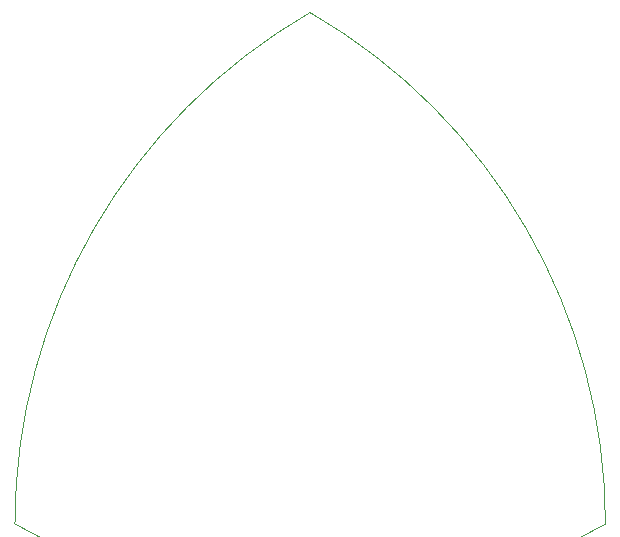
<source format=gbr>
%TF.GenerationSoftware,Altium Limited,Altium Designer,22.7.1 (60)*%
G04 Layer_Color=0*
%FSLAX45Y45*%
%MOMM*%
%TF.SameCoordinates,ACC7CE07-661A-46B9-B338-6EC4A6F7B09F*%
%TF.FilePolarity,Positive*%
%TF.FileFunction,Profile,NP*%
%TF.Part,Single*%
G01*
G75*
%TA.AperFunction,Profile*%
%ADD101C,0.02540*%
D101*
X25000Y674520D02*
G02*
X2524859Y5005856I5000000J1290D01*
G01*
X2525182Y5004542D01*
D02*
G02*
X5025000Y674520I-2500182J-4330022D01*
G01*
D02*
G02*
X25000Y674520I-2499164J4329644D01*
G01*
%TF.MD5,464ff7e288de46036d66487ca727dc30*%
M02*

</source>
